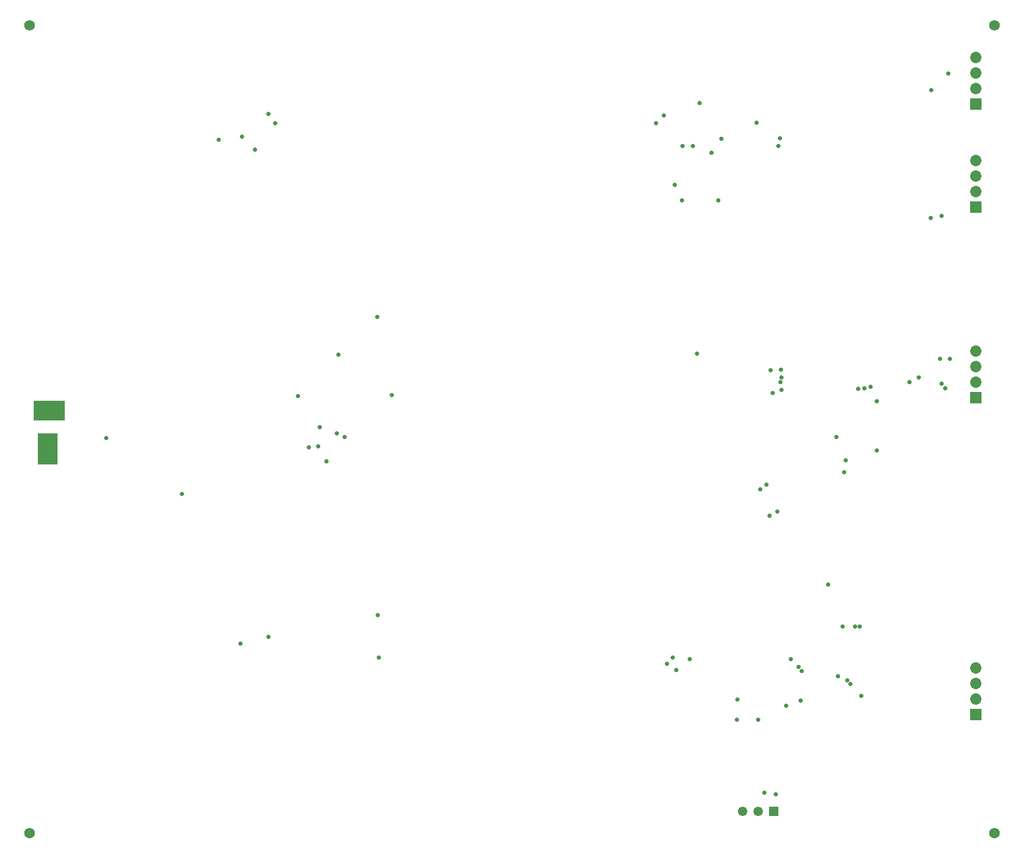
<source format=gbs>
G04*
G04 #@! TF.GenerationSoftware,Altium Limited,Altium Designer,24.10.1 (45)*
G04*
G04 Layer_Color=16711935*
%FSLAX25Y25*%
%MOIN*%
G70*
G04*
G04 #@! TF.SameCoordinates,253C2AE7-DEF5-4279-9A70-D321F830DA34*
G04*
G04*
G04 #@! TF.FilePolarity,Negative*
G04*
G01*
G75*
%ADD95C,0.06800*%
%ADD96R,0.07296X0.07296*%
%ADD97C,0.07296*%
%ADD98R,0.20485X0.12611*%
%ADD99R,0.12611X0.20485*%
%ADD100C,0.06102*%
%ADD101R,0.06102X0.06102*%
%ADD102C,0.02769*%
D95*
X715000Y57500D02*
D03*
X94500D02*
D03*
X715000Y577500D02*
D03*
X94500D02*
D03*
D96*
X703000Y460500D02*
D03*
Y527000D02*
D03*
Y134000D02*
D03*
X703000Y338000D02*
D03*
D97*
X703000Y470500D02*
D03*
Y480500D02*
D03*
Y490500D02*
D03*
Y537000D02*
D03*
Y547000D02*
D03*
Y557000D02*
D03*
Y164000D02*
D03*
Y154000D02*
D03*
Y144000D02*
D03*
X703000Y348000D02*
D03*
Y358000D02*
D03*
Y368000D02*
D03*
D98*
X107000Y329500D02*
D03*
D99*
X106000Y305000D02*
D03*
D100*
X553000Y71500D02*
D03*
X563000D02*
D03*
D101*
X573000D02*
D03*
D102*
X297000Y312500D02*
D03*
X578000Y343000D02*
D03*
X577500Y348000D02*
D03*
X578000Y351000D02*
D03*
X613500Y312500D02*
D03*
X575500Y264500D02*
D03*
X570500Y262000D02*
D03*
X519000Y169500D02*
D03*
X510500Y162500D02*
D03*
X192500Y276000D02*
D03*
X143661Y311839D02*
D03*
X549780Y143500D02*
D03*
X549500Y130500D02*
D03*
X318500Y198000D02*
D03*
X319000Y170500D02*
D03*
X230000Y179500D02*
D03*
X248000Y184000D02*
D03*
X572500Y341000D02*
D03*
X571000Y355500D02*
D03*
X281000Y319000D02*
D03*
X674500Y536000D02*
D03*
X685500Y546500D02*
D03*
X681000Y455000D02*
D03*
X674000Y453500D02*
D03*
X686500Y363000D02*
D03*
X680000D02*
D03*
X683500Y344000D02*
D03*
X681000Y347000D02*
D03*
X625500Y190500D02*
D03*
X628500D02*
D03*
X629500Y146000D02*
D03*
X620553Y156053D02*
D03*
X622250Y153750D02*
D03*
X608000Y217500D02*
D03*
X584000Y169500D02*
D03*
X581186Y139500D02*
D03*
X590500Y143000D02*
D03*
X504500Y166500D02*
D03*
X568500Y282000D02*
D03*
X627500Y343500D02*
D03*
X617500Y190500D02*
D03*
X589000Y164500D02*
D03*
X639500Y304000D02*
D03*
Y335500D02*
D03*
X563000Y130500D02*
D03*
X591000Y162000D02*
D03*
X614500Y158500D02*
D03*
X564500Y279000D02*
D03*
X577911Y355823D02*
D03*
X576000Y500000D02*
D03*
X577000Y505000D02*
D03*
X508000Y170500D02*
D03*
X618500Y290000D02*
D03*
X635500Y345000D02*
D03*
X631500Y344000D02*
D03*
X619500Y297500D02*
D03*
X509500Y475000D02*
D03*
X523890Y366390D02*
D03*
X574500Y82500D02*
D03*
X567000Y83500D02*
D03*
X666500Y351000D02*
D03*
X660500Y348000D02*
D03*
X327500Y339617D02*
D03*
X318000Y390000D02*
D03*
X267000Y339000D02*
D03*
X274000Y306000D02*
D03*
X292000Y315000D02*
D03*
X285500Y297000D02*
D03*
X280000Y306500D02*
D03*
X293000Y365500D02*
D03*
X537500Y465000D02*
D03*
X514000D02*
D03*
X533000Y495500D02*
D03*
X539500Y504500D02*
D03*
X525500Y527500D02*
D03*
X562000Y515000D02*
D03*
X514500Y500000D02*
D03*
X521000D02*
D03*
X502500Y519500D02*
D03*
X497500Y514500D02*
D03*
X239500Y497500D02*
D03*
X248000Y520500D02*
D03*
X252500Y514500D02*
D03*
X231000Y506000D02*
D03*
X216000Y504000D02*
D03*
M02*

</source>
